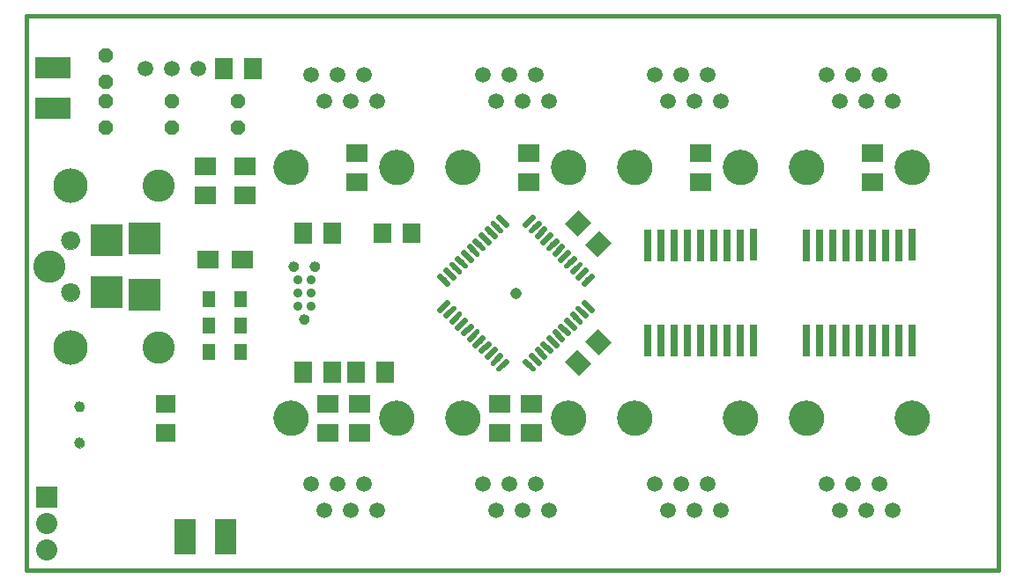
<source format=gbs>
G75*
G70*
%OFA0B0*%
%FSLAX24Y24*%
%IPPOS*%
%LPD*%
%AMOC8*
5,1,8,0,0,1.08239X$1,22.5*
%
%ADD10C,0.0160*%
%ADD11C,0.0350*%
%ADD12C,0.0000*%
%ADD13C,0.0390*%
%ADD14R,0.0800X0.0800*%
%ADD15C,0.0800*%
%ADD16R,0.0670X0.0827*%
%ADD17R,0.0670X0.0749*%
%ADD18C,0.0594*%
%ADD19C,0.1320*%
%ADD20R,0.0827X0.0670*%
%ADD21R,0.0300X0.1240*%
%ADD22C,0.1221*%
%ADD23C,0.1306*%
%ADD24R,0.1221X0.1221*%
%ADD25C,0.0709*%
%ADD26OC8,0.0560*%
%ADD27R,0.1379X0.0788*%
%ADD28R,0.0788X0.1379*%
%ADD29R,0.0788X0.0670*%
%ADD30R,0.0512X0.0591*%
%ADD31C,0.0394*%
%ADD32R,0.0749X0.0670*%
%ADD33C,0.0591*%
%ADD34C,0.0174*%
%ADD35C,0.0434*%
D10*
X000620Y000267D02*
X037370Y000267D01*
X037370Y021267D01*
X000620Y021267D01*
X000620Y000267D01*
D11*
X010870Y010267D03*
X010870Y010767D03*
X011370Y010767D03*
X011370Y010267D03*
X011370Y011267D03*
X010870Y011267D03*
D12*
X010545Y011767D02*
X010547Y011793D01*
X010553Y011819D01*
X010562Y011843D01*
X010575Y011866D01*
X010592Y011886D01*
X010611Y011904D01*
X010633Y011919D01*
X010656Y011930D01*
X010681Y011938D01*
X010707Y011942D01*
X010733Y011942D01*
X010759Y011938D01*
X010784Y011930D01*
X010808Y011919D01*
X010829Y011904D01*
X010848Y011886D01*
X010865Y011866D01*
X010878Y011843D01*
X010887Y011819D01*
X010893Y011793D01*
X010895Y011767D01*
X010893Y011741D01*
X010887Y011715D01*
X010878Y011691D01*
X010865Y011668D01*
X010848Y011648D01*
X010829Y011630D01*
X010807Y011615D01*
X010784Y011604D01*
X010759Y011596D01*
X010733Y011592D01*
X010707Y011592D01*
X010681Y011596D01*
X010656Y011604D01*
X010632Y011615D01*
X010611Y011630D01*
X010592Y011648D01*
X010575Y011668D01*
X010562Y011691D01*
X010553Y011715D01*
X010547Y011741D01*
X010545Y011767D01*
X011345Y011767D02*
X011347Y011793D01*
X011353Y011819D01*
X011362Y011843D01*
X011375Y011866D01*
X011392Y011886D01*
X011411Y011904D01*
X011433Y011919D01*
X011456Y011930D01*
X011481Y011938D01*
X011507Y011942D01*
X011533Y011942D01*
X011559Y011938D01*
X011584Y011930D01*
X011608Y011919D01*
X011629Y011904D01*
X011648Y011886D01*
X011665Y011866D01*
X011678Y011843D01*
X011687Y011819D01*
X011693Y011793D01*
X011695Y011767D01*
X011693Y011741D01*
X011687Y011715D01*
X011678Y011691D01*
X011665Y011668D01*
X011648Y011648D01*
X011629Y011630D01*
X011607Y011615D01*
X011584Y011604D01*
X011559Y011596D01*
X011533Y011592D01*
X011507Y011592D01*
X011481Y011596D01*
X011456Y011604D01*
X011432Y011615D01*
X011411Y011630D01*
X011392Y011648D01*
X011375Y011668D01*
X011362Y011691D01*
X011353Y011715D01*
X011347Y011741D01*
X011345Y011767D01*
X010945Y009767D02*
X010947Y009793D01*
X010953Y009819D01*
X010962Y009843D01*
X010975Y009866D01*
X010992Y009886D01*
X011011Y009904D01*
X011033Y009919D01*
X011056Y009930D01*
X011081Y009938D01*
X011107Y009942D01*
X011133Y009942D01*
X011159Y009938D01*
X011184Y009930D01*
X011208Y009919D01*
X011229Y009904D01*
X011248Y009886D01*
X011265Y009866D01*
X011278Y009843D01*
X011287Y009819D01*
X011293Y009793D01*
X011295Y009767D01*
X011293Y009741D01*
X011287Y009715D01*
X011278Y009691D01*
X011265Y009668D01*
X011248Y009648D01*
X011229Y009630D01*
X011207Y009615D01*
X011184Y009604D01*
X011159Y009596D01*
X011133Y009592D01*
X011107Y009592D01*
X011081Y009596D01*
X011056Y009604D01*
X011032Y009615D01*
X011011Y009630D01*
X010992Y009648D01*
X010975Y009668D01*
X010962Y009691D01*
X010953Y009715D01*
X010947Y009741D01*
X010945Y009767D01*
X009980Y006017D02*
X009982Y006067D01*
X009988Y006117D01*
X009998Y006166D01*
X010011Y006215D01*
X010029Y006262D01*
X010050Y006308D01*
X010074Y006351D01*
X010102Y006393D01*
X010133Y006433D01*
X010167Y006470D01*
X010204Y006504D01*
X010244Y006535D01*
X010286Y006563D01*
X010329Y006587D01*
X010375Y006608D01*
X010422Y006626D01*
X010471Y006639D01*
X010520Y006649D01*
X010570Y006655D01*
X010620Y006657D01*
X010670Y006655D01*
X010720Y006649D01*
X010769Y006639D01*
X010818Y006626D01*
X010865Y006608D01*
X010911Y006587D01*
X010954Y006563D01*
X010996Y006535D01*
X011036Y006504D01*
X011073Y006470D01*
X011107Y006433D01*
X011138Y006393D01*
X011166Y006351D01*
X011190Y006308D01*
X011211Y006262D01*
X011229Y006215D01*
X011242Y006166D01*
X011252Y006117D01*
X011258Y006067D01*
X011260Y006017D01*
X011258Y005967D01*
X011252Y005917D01*
X011242Y005868D01*
X011229Y005819D01*
X011211Y005772D01*
X011190Y005726D01*
X011166Y005683D01*
X011138Y005641D01*
X011107Y005601D01*
X011073Y005564D01*
X011036Y005530D01*
X010996Y005499D01*
X010954Y005471D01*
X010911Y005447D01*
X010865Y005426D01*
X010818Y005408D01*
X010769Y005395D01*
X010720Y005385D01*
X010670Y005379D01*
X010620Y005377D01*
X010570Y005379D01*
X010520Y005385D01*
X010471Y005395D01*
X010422Y005408D01*
X010375Y005426D01*
X010329Y005447D01*
X010286Y005471D01*
X010244Y005499D01*
X010204Y005530D01*
X010167Y005564D01*
X010133Y005601D01*
X010102Y005641D01*
X010074Y005683D01*
X010050Y005726D01*
X010029Y005772D01*
X010011Y005819D01*
X009998Y005868D01*
X009988Y005917D01*
X009982Y005967D01*
X009980Y006017D01*
X013980Y006017D02*
X013982Y006067D01*
X013988Y006117D01*
X013998Y006166D01*
X014011Y006215D01*
X014029Y006262D01*
X014050Y006308D01*
X014074Y006351D01*
X014102Y006393D01*
X014133Y006433D01*
X014167Y006470D01*
X014204Y006504D01*
X014244Y006535D01*
X014286Y006563D01*
X014329Y006587D01*
X014375Y006608D01*
X014422Y006626D01*
X014471Y006639D01*
X014520Y006649D01*
X014570Y006655D01*
X014620Y006657D01*
X014670Y006655D01*
X014720Y006649D01*
X014769Y006639D01*
X014818Y006626D01*
X014865Y006608D01*
X014911Y006587D01*
X014954Y006563D01*
X014996Y006535D01*
X015036Y006504D01*
X015073Y006470D01*
X015107Y006433D01*
X015138Y006393D01*
X015166Y006351D01*
X015190Y006308D01*
X015211Y006262D01*
X015229Y006215D01*
X015242Y006166D01*
X015252Y006117D01*
X015258Y006067D01*
X015260Y006017D01*
X015258Y005967D01*
X015252Y005917D01*
X015242Y005868D01*
X015229Y005819D01*
X015211Y005772D01*
X015190Y005726D01*
X015166Y005683D01*
X015138Y005641D01*
X015107Y005601D01*
X015073Y005564D01*
X015036Y005530D01*
X014996Y005499D01*
X014954Y005471D01*
X014911Y005447D01*
X014865Y005426D01*
X014818Y005408D01*
X014769Y005395D01*
X014720Y005385D01*
X014670Y005379D01*
X014620Y005377D01*
X014570Y005379D01*
X014520Y005385D01*
X014471Y005395D01*
X014422Y005408D01*
X014375Y005426D01*
X014329Y005447D01*
X014286Y005471D01*
X014244Y005499D01*
X014204Y005530D01*
X014167Y005564D01*
X014133Y005601D01*
X014102Y005641D01*
X014074Y005683D01*
X014050Y005726D01*
X014029Y005772D01*
X014011Y005819D01*
X013998Y005868D01*
X013988Y005917D01*
X013982Y005967D01*
X013980Y006017D01*
X016480Y006017D02*
X016482Y006067D01*
X016488Y006117D01*
X016498Y006166D01*
X016511Y006215D01*
X016529Y006262D01*
X016550Y006308D01*
X016574Y006351D01*
X016602Y006393D01*
X016633Y006433D01*
X016667Y006470D01*
X016704Y006504D01*
X016744Y006535D01*
X016786Y006563D01*
X016829Y006587D01*
X016875Y006608D01*
X016922Y006626D01*
X016971Y006639D01*
X017020Y006649D01*
X017070Y006655D01*
X017120Y006657D01*
X017170Y006655D01*
X017220Y006649D01*
X017269Y006639D01*
X017318Y006626D01*
X017365Y006608D01*
X017411Y006587D01*
X017454Y006563D01*
X017496Y006535D01*
X017536Y006504D01*
X017573Y006470D01*
X017607Y006433D01*
X017638Y006393D01*
X017666Y006351D01*
X017690Y006308D01*
X017711Y006262D01*
X017729Y006215D01*
X017742Y006166D01*
X017752Y006117D01*
X017758Y006067D01*
X017760Y006017D01*
X017758Y005967D01*
X017752Y005917D01*
X017742Y005868D01*
X017729Y005819D01*
X017711Y005772D01*
X017690Y005726D01*
X017666Y005683D01*
X017638Y005641D01*
X017607Y005601D01*
X017573Y005564D01*
X017536Y005530D01*
X017496Y005499D01*
X017454Y005471D01*
X017411Y005447D01*
X017365Y005426D01*
X017318Y005408D01*
X017269Y005395D01*
X017220Y005385D01*
X017170Y005379D01*
X017120Y005377D01*
X017070Y005379D01*
X017020Y005385D01*
X016971Y005395D01*
X016922Y005408D01*
X016875Y005426D01*
X016829Y005447D01*
X016786Y005471D01*
X016744Y005499D01*
X016704Y005530D01*
X016667Y005564D01*
X016633Y005601D01*
X016602Y005641D01*
X016574Y005683D01*
X016550Y005726D01*
X016529Y005772D01*
X016511Y005819D01*
X016498Y005868D01*
X016488Y005917D01*
X016482Y005967D01*
X016480Y006017D01*
X020480Y006017D02*
X020482Y006067D01*
X020488Y006117D01*
X020498Y006166D01*
X020511Y006215D01*
X020529Y006262D01*
X020550Y006308D01*
X020574Y006351D01*
X020602Y006393D01*
X020633Y006433D01*
X020667Y006470D01*
X020704Y006504D01*
X020744Y006535D01*
X020786Y006563D01*
X020829Y006587D01*
X020875Y006608D01*
X020922Y006626D01*
X020971Y006639D01*
X021020Y006649D01*
X021070Y006655D01*
X021120Y006657D01*
X021170Y006655D01*
X021220Y006649D01*
X021269Y006639D01*
X021318Y006626D01*
X021365Y006608D01*
X021411Y006587D01*
X021454Y006563D01*
X021496Y006535D01*
X021536Y006504D01*
X021573Y006470D01*
X021607Y006433D01*
X021638Y006393D01*
X021666Y006351D01*
X021690Y006308D01*
X021711Y006262D01*
X021729Y006215D01*
X021742Y006166D01*
X021752Y006117D01*
X021758Y006067D01*
X021760Y006017D01*
X021758Y005967D01*
X021752Y005917D01*
X021742Y005868D01*
X021729Y005819D01*
X021711Y005772D01*
X021690Y005726D01*
X021666Y005683D01*
X021638Y005641D01*
X021607Y005601D01*
X021573Y005564D01*
X021536Y005530D01*
X021496Y005499D01*
X021454Y005471D01*
X021411Y005447D01*
X021365Y005426D01*
X021318Y005408D01*
X021269Y005395D01*
X021220Y005385D01*
X021170Y005379D01*
X021120Y005377D01*
X021070Y005379D01*
X021020Y005385D01*
X020971Y005395D01*
X020922Y005408D01*
X020875Y005426D01*
X020829Y005447D01*
X020786Y005471D01*
X020744Y005499D01*
X020704Y005530D01*
X020667Y005564D01*
X020633Y005601D01*
X020602Y005641D01*
X020574Y005683D01*
X020550Y005726D01*
X020529Y005772D01*
X020511Y005819D01*
X020498Y005868D01*
X020488Y005917D01*
X020482Y005967D01*
X020480Y006017D01*
X022980Y006017D02*
X022982Y006067D01*
X022988Y006117D01*
X022998Y006166D01*
X023011Y006215D01*
X023029Y006262D01*
X023050Y006308D01*
X023074Y006351D01*
X023102Y006393D01*
X023133Y006433D01*
X023167Y006470D01*
X023204Y006504D01*
X023244Y006535D01*
X023286Y006563D01*
X023329Y006587D01*
X023375Y006608D01*
X023422Y006626D01*
X023471Y006639D01*
X023520Y006649D01*
X023570Y006655D01*
X023620Y006657D01*
X023670Y006655D01*
X023720Y006649D01*
X023769Y006639D01*
X023818Y006626D01*
X023865Y006608D01*
X023911Y006587D01*
X023954Y006563D01*
X023996Y006535D01*
X024036Y006504D01*
X024073Y006470D01*
X024107Y006433D01*
X024138Y006393D01*
X024166Y006351D01*
X024190Y006308D01*
X024211Y006262D01*
X024229Y006215D01*
X024242Y006166D01*
X024252Y006117D01*
X024258Y006067D01*
X024260Y006017D01*
X024258Y005967D01*
X024252Y005917D01*
X024242Y005868D01*
X024229Y005819D01*
X024211Y005772D01*
X024190Y005726D01*
X024166Y005683D01*
X024138Y005641D01*
X024107Y005601D01*
X024073Y005564D01*
X024036Y005530D01*
X023996Y005499D01*
X023954Y005471D01*
X023911Y005447D01*
X023865Y005426D01*
X023818Y005408D01*
X023769Y005395D01*
X023720Y005385D01*
X023670Y005379D01*
X023620Y005377D01*
X023570Y005379D01*
X023520Y005385D01*
X023471Y005395D01*
X023422Y005408D01*
X023375Y005426D01*
X023329Y005447D01*
X023286Y005471D01*
X023244Y005499D01*
X023204Y005530D01*
X023167Y005564D01*
X023133Y005601D01*
X023102Y005641D01*
X023074Y005683D01*
X023050Y005726D01*
X023029Y005772D01*
X023011Y005819D01*
X022998Y005868D01*
X022988Y005917D01*
X022982Y005967D01*
X022980Y006017D01*
X026980Y006017D02*
X026982Y006067D01*
X026988Y006117D01*
X026998Y006166D01*
X027011Y006215D01*
X027029Y006262D01*
X027050Y006308D01*
X027074Y006351D01*
X027102Y006393D01*
X027133Y006433D01*
X027167Y006470D01*
X027204Y006504D01*
X027244Y006535D01*
X027286Y006563D01*
X027329Y006587D01*
X027375Y006608D01*
X027422Y006626D01*
X027471Y006639D01*
X027520Y006649D01*
X027570Y006655D01*
X027620Y006657D01*
X027670Y006655D01*
X027720Y006649D01*
X027769Y006639D01*
X027818Y006626D01*
X027865Y006608D01*
X027911Y006587D01*
X027954Y006563D01*
X027996Y006535D01*
X028036Y006504D01*
X028073Y006470D01*
X028107Y006433D01*
X028138Y006393D01*
X028166Y006351D01*
X028190Y006308D01*
X028211Y006262D01*
X028229Y006215D01*
X028242Y006166D01*
X028252Y006117D01*
X028258Y006067D01*
X028260Y006017D01*
X028258Y005967D01*
X028252Y005917D01*
X028242Y005868D01*
X028229Y005819D01*
X028211Y005772D01*
X028190Y005726D01*
X028166Y005683D01*
X028138Y005641D01*
X028107Y005601D01*
X028073Y005564D01*
X028036Y005530D01*
X027996Y005499D01*
X027954Y005471D01*
X027911Y005447D01*
X027865Y005426D01*
X027818Y005408D01*
X027769Y005395D01*
X027720Y005385D01*
X027670Y005379D01*
X027620Y005377D01*
X027570Y005379D01*
X027520Y005385D01*
X027471Y005395D01*
X027422Y005408D01*
X027375Y005426D01*
X027329Y005447D01*
X027286Y005471D01*
X027244Y005499D01*
X027204Y005530D01*
X027167Y005564D01*
X027133Y005601D01*
X027102Y005641D01*
X027074Y005683D01*
X027050Y005726D01*
X027029Y005772D01*
X027011Y005819D01*
X026998Y005868D01*
X026988Y005917D01*
X026982Y005967D01*
X026980Y006017D01*
X029480Y006017D02*
X029482Y006067D01*
X029488Y006117D01*
X029498Y006166D01*
X029511Y006215D01*
X029529Y006262D01*
X029550Y006308D01*
X029574Y006351D01*
X029602Y006393D01*
X029633Y006433D01*
X029667Y006470D01*
X029704Y006504D01*
X029744Y006535D01*
X029786Y006563D01*
X029829Y006587D01*
X029875Y006608D01*
X029922Y006626D01*
X029971Y006639D01*
X030020Y006649D01*
X030070Y006655D01*
X030120Y006657D01*
X030170Y006655D01*
X030220Y006649D01*
X030269Y006639D01*
X030318Y006626D01*
X030365Y006608D01*
X030411Y006587D01*
X030454Y006563D01*
X030496Y006535D01*
X030536Y006504D01*
X030573Y006470D01*
X030607Y006433D01*
X030638Y006393D01*
X030666Y006351D01*
X030690Y006308D01*
X030711Y006262D01*
X030729Y006215D01*
X030742Y006166D01*
X030752Y006117D01*
X030758Y006067D01*
X030760Y006017D01*
X030758Y005967D01*
X030752Y005917D01*
X030742Y005868D01*
X030729Y005819D01*
X030711Y005772D01*
X030690Y005726D01*
X030666Y005683D01*
X030638Y005641D01*
X030607Y005601D01*
X030573Y005564D01*
X030536Y005530D01*
X030496Y005499D01*
X030454Y005471D01*
X030411Y005447D01*
X030365Y005426D01*
X030318Y005408D01*
X030269Y005395D01*
X030220Y005385D01*
X030170Y005379D01*
X030120Y005377D01*
X030070Y005379D01*
X030020Y005385D01*
X029971Y005395D01*
X029922Y005408D01*
X029875Y005426D01*
X029829Y005447D01*
X029786Y005471D01*
X029744Y005499D01*
X029704Y005530D01*
X029667Y005564D01*
X029633Y005601D01*
X029602Y005641D01*
X029574Y005683D01*
X029550Y005726D01*
X029529Y005772D01*
X029511Y005819D01*
X029498Y005868D01*
X029488Y005917D01*
X029482Y005967D01*
X029480Y006017D01*
X033480Y006017D02*
X033482Y006067D01*
X033488Y006117D01*
X033498Y006166D01*
X033511Y006215D01*
X033529Y006262D01*
X033550Y006308D01*
X033574Y006351D01*
X033602Y006393D01*
X033633Y006433D01*
X033667Y006470D01*
X033704Y006504D01*
X033744Y006535D01*
X033786Y006563D01*
X033829Y006587D01*
X033875Y006608D01*
X033922Y006626D01*
X033971Y006639D01*
X034020Y006649D01*
X034070Y006655D01*
X034120Y006657D01*
X034170Y006655D01*
X034220Y006649D01*
X034269Y006639D01*
X034318Y006626D01*
X034365Y006608D01*
X034411Y006587D01*
X034454Y006563D01*
X034496Y006535D01*
X034536Y006504D01*
X034573Y006470D01*
X034607Y006433D01*
X034638Y006393D01*
X034666Y006351D01*
X034690Y006308D01*
X034711Y006262D01*
X034729Y006215D01*
X034742Y006166D01*
X034752Y006117D01*
X034758Y006067D01*
X034760Y006017D01*
X034758Y005967D01*
X034752Y005917D01*
X034742Y005868D01*
X034729Y005819D01*
X034711Y005772D01*
X034690Y005726D01*
X034666Y005683D01*
X034638Y005641D01*
X034607Y005601D01*
X034573Y005564D01*
X034536Y005530D01*
X034496Y005499D01*
X034454Y005471D01*
X034411Y005447D01*
X034365Y005426D01*
X034318Y005408D01*
X034269Y005395D01*
X034220Y005385D01*
X034170Y005379D01*
X034120Y005377D01*
X034070Y005379D01*
X034020Y005385D01*
X033971Y005395D01*
X033922Y005408D01*
X033875Y005426D01*
X033829Y005447D01*
X033786Y005471D01*
X033744Y005499D01*
X033704Y005530D01*
X033667Y005564D01*
X033633Y005601D01*
X033602Y005641D01*
X033574Y005683D01*
X033550Y005726D01*
X033529Y005772D01*
X033511Y005819D01*
X033498Y005868D01*
X033488Y005917D01*
X033482Y005967D01*
X033480Y006017D01*
X033480Y015517D02*
X033482Y015567D01*
X033488Y015617D01*
X033498Y015666D01*
X033511Y015715D01*
X033529Y015762D01*
X033550Y015808D01*
X033574Y015851D01*
X033602Y015893D01*
X033633Y015933D01*
X033667Y015970D01*
X033704Y016004D01*
X033744Y016035D01*
X033786Y016063D01*
X033829Y016087D01*
X033875Y016108D01*
X033922Y016126D01*
X033971Y016139D01*
X034020Y016149D01*
X034070Y016155D01*
X034120Y016157D01*
X034170Y016155D01*
X034220Y016149D01*
X034269Y016139D01*
X034318Y016126D01*
X034365Y016108D01*
X034411Y016087D01*
X034454Y016063D01*
X034496Y016035D01*
X034536Y016004D01*
X034573Y015970D01*
X034607Y015933D01*
X034638Y015893D01*
X034666Y015851D01*
X034690Y015808D01*
X034711Y015762D01*
X034729Y015715D01*
X034742Y015666D01*
X034752Y015617D01*
X034758Y015567D01*
X034760Y015517D01*
X034758Y015467D01*
X034752Y015417D01*
X034742Y015368D01*
X034729Y015319D01*
X034711Y015272D01*
X034690Y015226D01*
X034666Y015183D01*
X034638Y015141D01*
X034607Y015101D01*
X034573Y015064D01*
X034536Y015030D01*
X034496Y014999D01*
X034454Y014971D01*
X034411Y014947D01*
X034365Y014926D01*
X034318Y014908D01*
X034269Y014895D01*
X034220Y014885D01*
X034170Y014879D01*
X034120Y014877D01*
X034070Y014879D01*
X034020Y014885D01*
X033971Y014895D01*
X033922Y014908D01*
X033875Y014926D01*
X033829Y014947D01*
X033786Y014971D01*
X033744Y014999D01*
X033704Y015030D01*
X033667Y015064D01*
X033633Y015101D01*
X033602Y015141D01*
X033574Y015183D01*
X033550Y015226D01*
X033529Y015272D01*
X033511Y015319D01*
X033498Y015368D01*
X033488Y015417D01*
X033482Y015467D01*
X033480Y015517D01*
X029480Y015517D02*
X029482Y015567D01*
X029488Y015617D01*
X029498Y015666D01*
X029511Y015715D01*
X029529Y015762D01*
X029550Y015808D01*
X029574Y015851D01*
X029602Y015893D01*
X029633Y015933D01*
X029667Y015970D01*
X029704Y016004D01*
X029744Y016035D01*
X029786Y016063D01*
X029829Y016087D01*
X029875Y016108D01*
X029922Y016126D01*
X029971Y016139D01*
X030020Y016149D01*
X030070Y016155D01*
X030120Y016157D01*
X030170Y016155D01*
X030220Y016149D01*
X030269Y016139D01*
X030318Y016126D01*
X030365Y016108D01*
X030411Y016087D01*
X030454Y016063D01*
X030496Y016035D01*
X030536Y016004D01*
X030573Y015970D01*
X030607Y015933D01*
X030638Y015893D01*
X030666Y015851D01*
X030690Y015808D01*
X030711Y015762D01*
X030729Y015715D01*
X030742Y015666D01*
X030752Y015617D01*
X030758Y015567D01*
X030760Y015517D01*
X030758Y015467D01*
X030752Y015417D01*
X030742Y015368D01*
X030729Y015319D01*
X030711Y015272D01*
X030690Y015226D01*
X030666Y015183D01*
X030638Y015141D01*
X030607Y015101D01*
X030573Y015064D01*
X030536Y015030D01*
X030496Y014999D01*
X030454Y014971D01*
X030411Y014947D01*
X030365Y014926D01*
X030318Y014908D01*
X030269Y014895D01*
X030220Y014885D01*
X030170Y014879D01*
X030120Y014877D01*
X030070Y014879D01*
X030020Y014885D01*
X029971Y014895D01*
X029922Y014908D01*
X029875Y014926D01*
X029829Y014947D01*
X029786Y014971D01*
X029744Y014999D01*
X029704Y015030D01*
X029667Y015064D01*
X029633Y015101D01*
X029602Y015141D01*
X029574Y015183D01*
X029550Y015226D01*
X029529Y015272D01*
X029511Y015319D01*
X029498Y015368D01*
X029488Y015417D01*
X029482Y015467D01*
X029480Y015517D01*
X026980Y015517D02*
X026982Y015567D01*
X026988Y015617D01*
X026998Y015666D01*
X027011Y015715D01*
X027029Y015762D01*
X027050Y015808D01*
X027074Y015851D01*
X027102Y015893D01*
X027133Y015933D01*
X027167Y015970D01*
X027204Y016004D01*
X027244Y016035D01*
X027286Y016063D01*
X027329Y016087D01*
X027375Y016108D01*
X027422Y016126D01*
X027471Y016139D01*
X027520Y016149D01*
X027570Y016155D01*
X027620Y016157D01*
X027670Y016155D01*
X027720Y016149D01*
X027769Y016139D01*
X027818Y016126D01*
X027865Y016108D01*
X027911Y016087D01*
X027954Y016063D01*
X027996Y016035D01*
X028036Y016004D01*
X028073Y015970D01*
X028107Y015933D01*
X028138Y015893D01*
X028166Y015851D01*
X028190Y015808D01*
X028211Y015762D01*
X028229Y015715D01*
X028242Y015666D01*
X028252Y015617D01*
X028258Y015567D01*
X028260Y015517D01*
X028258Y015467D01*
X028252Y015417D01*
X028242Y015368D01*
X028229Y015319D01*
X028211Y015272D01*
X028190Y015226D01*
X028166Y015183D01*
X028138Y015141D01*
X028107Y015101D01*
X028073Y015064D01*
X028036Y015030D01*
X027996Y014999D01*
X027954Y014971D01*
X027911Y014947D01*
X027865Y014926D01*
X027818Y014908D01*
X027769Y014895D01*
X027720Y014885D01*
X027670Y014879D01*
X027620Y014877D01*
X027570Y014879D01*
X027520Y014885D01*
X027471Y014895D01*
X027422Y014908D01*
X027375Y014926D01*
X027329Y014947D01*
X027286Y014971D01*
X027244Y014999D01*
X027204Y015030D01*
X027167Y015064D01*
X027133Y015101D01*
X027102Y015141D01*
X027074Y015183D01*
X027050Y015226D01*
X027029Y015272D01*
X027011Y015319D01*
X026998Y015368D01*
X026988Y015417D01*
X026982Y015467D01*
X026980Y015517D01*
X022980Y015517D02*
X022982Y015567D01*
X022988Y015617D01*
X022998Y015666D01*
X023011Y015715D01*
X023029Y015762D01*
X023050Y015808D01*
X023074Y015851D01*
X023102Y015893D01*
X023133Y015933D01*
X023167Y015970D01*
X023204Y016004D01*
X023244Y016035D01*
X023286Y016063D01*
X023329Y016087D01*
X023375Y016108D01*
X023422Y016126D01*
X023471Y016139D01*
X023520Y016149D01*
X023570Y016155D01*
X023620Y016157D01*
X023670Y016155D01*
X023720Y016149D01*
X023769Y016139D01*
X023818Y016126D01*
X023865Y016108D01*
X023911Y016087D01*
X023954Y016063D01*
X023996Y016035D01*
X024036Y016004D01*
X024073Y015970D01*
X024107Y015933D01*
X024138Y015893D01*
X024166Y015851D01*
X024190Y015808D01*
X024211Y015762D01*
X024229Y015715D01*
X024242Y015666D01*
X024252Y015617D01*
X024258Y015567D01*
X024260Y015517D01*
X024258Y015467D01*
X024252Y015417D01*
X024242Y015368D01*
X024229Y015319D01*
X024211Y015272D01*
X024190Y015226D01*
X024166Y015183D01*
X024138Y015141D01*
X024107Y015101D01*
X024073Y015064D01*
X024036Y015030D01*
X023996Y014999D01*
X023954Y014971D01*
X023911Y014947D01*
X023865Y014926D01*
X023818Y014908D01*
X023769Y014895D01*
X023720Y014885D01*
X023670Y014879D01*
X023620Y014877D01*
X023570Y014879D01*
X023520Y014885D01*
X023471Y014895D01*
X023422Y014908D01*
X023375Y014926D01*
X023329Y014947D01*
X023286Y014971D01*
X023244Y014999D01*
X023204Y015030D01*
X023167Y015064D01*
X023133Y015101D01*
X023102Y015141D01*
X023074Y015183D01*
X023050Y015226D01*
X023029Y015272D01*
X023011Y015319D01*
X022998Y015368D01*
X022988Y015417D01*
X022982Y015467D01*
X022980Y015517D01*
X020480Y015517D02*
X020482Y015567D01*
X020488Y015617D01*
X020498Y015666D01*
X020511Y015715D01*
X020529Y015762D01*
X020550Y015808D01*
X020574Y015851D01*
X020602Y015893D01*
X020633Y015933D01*
X020667Y015970D01*
X020704Y016004D01*
X020744Y016035D01*
X020786Y016063D01*
X020829Y016087D01*
X020875Y016108D01*
X020922Y016126D01*
X020971Y016139D01*
X021020Y016149D01*
X021070Y016155D01*
X021120Y016157D01*
X021170Y016155D01*
X021220Y016149D01*
X021269Y016139D01*
X021318Y016126D01*
X021365Y016108D01*
X021411Y016087D01*
X021454Y016063D01*
X021496Y016035D01*
X021536Y016004D01*
X021573Y015970D01*
X021607Y015933D01*
X021638Y015893D01*
X021666Y015851D01*
X021690Y015808D01*
X021711Y015762D01*
X021729Y015715D01*
X021742Y015666D01*
X021752Y015617D01*
X021758Y015567D01*
X021760Y015517D01*
X021758Y015467D01*
X021752Y015417D01*
X021742Y015368D01*
X021729Y015319D01*
X021711Y015272D01*
X021690Y015226D01*
X021666Y015183D01*
X021638Y015141D01*
X021607Y015101D01*
X021573Y015064D01*
X021536Y015030D01*
X021496Y014999D01*
X021454Y014971D01*
X021411Y014947D01*
X021365Y014926D01*
X021318Y014908D01*
X021269Y014895D01*
X021220Y014885D01*
X021170Y014879D01*
X021120Y014877D01*
X021070Y014879D01*
X021020Y014885D01*
X020971Y014895D01*
X020922Y014908D01*
X020875Y014926D01*
X020829Y014947D01*
X020786Y014971D01*
X020744Y014999D01*
X020704Y015030D01*
X020667Y015064D01*
X020633Y015101D01*
X020602Y015141D01*
X020574Y015183D01*
X020550Y015226D01*
X020529Y015272D01*
X020511Y015319D01*
X020498Y015368D01*
X020488Y015417D01*
X020482Y015467D01*
X020480Y015517D01*
X016480Y015517D02*
X016482Y015567D01*
X016488Y015617D01*
X016498Y015666D01*
X016511Y015715D01*
X016529Y015762D01*
X016550Y015808D01*
X016574Y015851D01*
X016602Y015893D01*
X016633Y015933D01*
X016667Y015970D01*
X016704Y016004D01*
X016744Y016035D01*
X016786Y016063D01*
X016829Y016087D01*
X016875Y016108D01*
X016922Y016126D01*
X016971Y016139D01*
X017020Y016149D01*
X017070Y016155D01*
X017120Y016157D01*
X017170Y016155D01*
X017220Y016149D01*
X017269Y016139D01*
X017318Y016126D01*
X017365Y016108D01*
X017411Y016087D01*
X017454Y016063D01*
X017496Y016035D01*
X017536Y016004D01*
X017573Y015970D01*
X017607Y015933D01*
X017638Y015893D01*
X017666Y015851D01*
X017690Y015808D01*
X017711Y015762D01*
X017729Y015715D01*
X017742Y015666D01*
X017752Y015617D01*
X017758Y015567D01*
X017760Y015517D01*
X017758Y015467D01*
X017752Y015417D01*
X017742Y015368D01*
X017729Y015319D01*
X017711Y015272D01*
X017690Y015226D01*
X017666Y015183D01*
X017638Y015141D01*
X017607Y015101D01*
X017573Y015064D01*
X017536Y015030D01*
X017496Y014999D01*
X017454Y014971D01*
X017411Y014947D01*
X017365Y014926D01*
X017318Y014908D01*
X017269Y014895D01*
X017220Y014885D01*
X017170Y014879D01*
X017120Y014877D01*
X017070Y014879D01*
X017020Y014885D01*
X016971Y014895D01*
X016922Y014908D01*
X016875Y014926D01*
X016829Y014947D01*
X016786Y014971D01*
X016744Y014999D01*
X016704Y015030D01*
X016667Y015064D01*
X016633Y015101D01*
X016602Y015141D01*
X016574Y015183D01*
X016550Y015226D01*
X016529Y015272D01*
X016511Y015319D01*
X016498Y015368D01*
X016488Y015417D01*
X016482Y015467D01*
X016480Y015517D01*
X013980Y015517D02*
X013982Y015567D01*
X013988Y015617D01*
X013998Y015666D01*
X014011Y015715D01*
X014029Y015762D01*
X014050Y015808D01*
X014074Y015851D01*
X014102Y015893D01*
X014133Y015933D01*
X014167Y015970D01*
X014204Y016004D01*
X014244Y016035D01*
X014286Y016063D01*
X014329Y016087D01*
X014375Y016108D01*
X014422Y016126D01*
X014471Y016139D01*
X014520Y016149D01*
X014570Y016155D01*
X014620Y016157D01*
X014670Y016155D01*
X014720Y016149D01*
X014769Y016139D01*
X014818Y016126D01*
X014865Y016108D01*
X014911Y016087D01*
X014954Y016063D01*
X014996Y016035D01*
X015036Y016004D01*
X015073Y015970D01*
X015107Y015933D01*
X015138Y015893D01*
X015166Y015851D01*
X015190Y015808D01*
X015211Y015762D01*
X015229Y015715D01*
X015242Y015666D01*
X015252Y015617D01*
X015258Y015567D01*
X015260Y015517D01*
X015258Y015467D01*
X015252Y015417D01*
X015242Y015368D01*
X015229Y015319D01*
X015211Y015272D01*
X015190Y015226D01*
X015166Y015183D01*
X015138Y015141D01*
X015107Y015101D01*
X015073Y015064D01*
X015036Y015030D01*
X014996Y014999D01*
X014954Y014971D01*
X014911Y014947D01*
X014865Y014926D01*
X014818Y014908D01*
X014769Y014895D01*
X014720Y014885D01*
X014670Y014879D01*
X014620Y014877D01*
X014570Y014879D01*
X014520Y014885D01*
X014471Y014895D01*
X014422Y014908D01*
X014375Y014926D01*
X014329Y014947D01*
X014286Y014971D01*
X014244Y014999D01*
X014204Y015030D01*
X014167Y015064D01*
X014133Y015101D01*
X014102Y015141D01*
X014074Y015183D01*
X014050Y015226D01*
X014029Y015272D01*
X014011Y015319D01*
X013998Y015368D01*
X013988Y015417D01*
X013982Y015467D01*
X013980Y015517D01*
X009980Y015517D02*
X009982Y015567D01*
X009988Y015617D01*
X009998Y015666D01*
X010011Y015715D01*
X010029Y015762D01*
X010050Y015808D01*
X010074Y015851D01*
X010102Y015893D01*
X010133Y015933D01*
X010167Y015970D01*
X010204Y016004D01*
X010244Y016035D01*
X010286Y016063D01*
X010329Y016087D01*
X010375Y016108D01*
X010422Y016126D01*
X010471Y016139D01*
X010520Y016149D01*
X010570Y016155D01*
X010620Y016157D01*
X010670Y016155D01*
X010720Y016149D01*
X010769Y016139D01*
X010818Y016126D01*
X010865Y016108D01*
X010911Y016087D01*
X010954Y016063D01*
X010996Y016035D01*
X011036Y016004D01*
X011073Y015970D01*
X011107Y015933D01*
X011138Y015893D01*
X011166Y015851D01*
X011190Y015808D01*
X011211Y015762D01*
X011229Y015715D01*
X011242Y015666D01*
X011252Y015617D01*
X011258Y015567D01*
X011260Y015517D01*
X011258Y015467D01*
X011252Y015417D01*
X011242Y015368D01*
X011229Y015319D01*
X011211Y015272D01*
X011190Y015226D01*
X011166Y015183D01*
X011138Y015141D01*
X011107Y015101D01*
X011073Y015064D01*
X011036Y015030D01*
X010996Y014999D01*
X010954Y014971D01*
X010911Y014947D01*
X010865Y014926D01*
X010818Y014908D01*
X010769Y014895D01*
X010720Y014885D01*
X010670Y014879D01*
X010620Y014877D01*
X010570Y014879D01*
X010520Y014885D01*
X010471Y014895D01*
X010422Y014908D01*
X010375Y014926D01*
X010329Y014947D01*
X010286Y014971D01*
X010244Y014999D01*
X010204Y015030D01*
X010167Y015064D01*
X010133Y015101D01*
X010102Y015141D01*
X010074Y015183D01*
X010050Y015226D01*
X010029Y015272D01*
X010011Y015319D01*
X009998Y015368D01*
X009988Y015417D01*
X009982Y015467D01*
X009980Y015517D01*
X001939Y012751D02*
X001941Y012787D01*
X001947Y012823D01*
X001957Y012858D01*
X001970Y012892D01*
X001987Y012924D01*
X002007Y012954D01*
X002031Y012981D01*
X002057Y013006D01*
X002086Y013028D01*
X002117Y013047D01*
X002150Y013062D01*
X002184Y013074D01*
X002220Y013082D01*
X002256Y013086D01*
X002292Y013086D01*
X002328Y013082D01*
X002364Y013074D01*
X002398Y013062D01*
X002431Y013047D01*
X002462Y013028D01*
X002491Y013006D01*
X002517Y012981D01*
X002541Y012954D01*
X002561Y012924D01*
X002578Y012892D01*
X002591Y012858D01*
X002601Y012823D01*
X002607Y012787D01*
X002609Y012751D01*
X002607Y012715D01*
X002601Y012679D01*
X002591Y012644D01*
X002578Y012610D01*
X002561Y012578D01*
X002541Y012548D01*
X002517Y012521D01*
X002491Y012496D01*
X002462Y012474D01*
X002431Y012455D01*
X002398Y012440D01*
X002364Y012428D01*
X002328Y012420D01*
X002292Y012416D01*
X002256Y012416D01*
X002220Y012420D01*
X002184Y012428D01*
X002150Y012440D01*
X002117Y012455D01*
X002086Y012474D01*
X002057Y012496D01*
X002031Y012521D01*
X002007Y012548D01*
X001987Y012578D01*
X001970Y012610D01*
X001957Y012644D01*
X001947Y012679D01*
X001941Y012715D01*
X001939Y012751D01*
X001939Y010782D02*
X001941Y010818D01*
X001947Y010854D01*
X001957Y010889D01*
X001970Y010923D01*
X001987Y010955D01*
X002007Y010985D01*
X002031Y011012D01*
X002057Y011037D01*
X002086Y011059D01*
X002117Y011078D01*
X002150Y011093D01*
X002184Y011105D01*
X002220Y011113D01*
X002256Y011117D01*
X002292Y011117D01*
X002328Y011113D01*
X002364Y011105D01*
X002398Y011093D01*
X002431Y011078D01*
X002462Y011059D01*
X002491Y011037D01*
X002517Y011012D01*
X002541Y010985D01*
X002561Y010955D01*
X002578Y010923D01*
X002591Y010889D01*
X002601Y010854D01*
X002607Y010818D01*
X002609Y010782D01*
X002607Y010746D01*
X002601Y010710D01*
X002591Y010675D01*
X002578Y010641D01*
X002561Y010609D01*
X002541Y010579D01*
X002517Y010552D01*
X002491Y010527D01*
X002462Y010505D01*
X002431Y010486D01*
X002398Y010471D01*
X002364Y010459D01*
X002328Y010451D01*
X002292Y010447D01*
X002256Y010447D01*
X002220Y010451D01*
X002184Y010459D01*
X002150Y010471D01*
X002117Y010486D01*
X002086Y010505D01*
X002057Y010527D01*
X002031Y010552D01*
X002007Y010579D01*
X001987Y010609D01*
X001970Y010641D01*
X001957Y010675D01*
X001947Y010710D01*
X001941Y010746D01*
X001939Y010782D01*
X002443Y006456D02*
X002445Y006482D01*
X002451Y006508D01*
X002461Y006533D01*
X002474Y006556D01*
X002490Y006576D01*
X002510Y006594D01*
X002532Y006609D01*
X002555Y006621D01*
X002581Y006629D01*
X002607Y006633D01*
X002633Y006633D01*
X002659Y006629D01*
X002685Y006621D01*
X002709Y006609D01*
X002730Y006594D01*
X002750Y006576D01*
X002766Y006556D01*
X002779Y006533D01*
X002789Y006508D01*
X002795Y006482D01*
X002797Y006456D01*
X002795Y006430D01*
X002789Y006404D01*
X002779Y006379D01*
X002766Y006356D01*
X002750Y006336D01*
X002730Y006318D01*
X002708Y006303D01*
X002685Y006291D01*
X002659Y006283D01*
X002633Y006279D01*
X002607Y006279D01*
X002581Y006283D01*
X002555Y006291D01*
X002531Y006303D01*
X002510Y006318D01*
X002490Y006336D01*
X002474Y006356D01*
X002461Y006379D01*
X002451Y006404D01*
X002445Y006430D01*
X002443Y006456D01*
X002443Y005078D02*
X002445Y005104D01*
X002451Y005130D01*
X002461Y005155D01*
X002474Y005178D01*
X002490Y005198D01*
X002510Y005216D01*
X002532Y005231D01*
X002555Y005243D01*
X002581Y005251D01*
X002607Y005255D01*
X002633Y005255D01*
X002659Y005251D01*
X002685Y005243D01*
X002709Y005231D01*
X002730Y005216D01*
X002750Y005198D01*
X002766Y005178D01*
X002779Y005155D01*
X002789Y005130D01*
X002795Y005104D01*
X002797Y005078D01*
X002795Y005052D01*
X002789Y005026D01*
X002779Y005001D01*
X002766Y004978D01*
X002750Y004958D01*
X002730Y004940D01*
X002708Y004925D01*
X002685Y004913D01*
X002659Y004905D01*
X002633Y004901D01*
X002607Y004901D01*
X002581Y004905D01*
X002555Y004913D01*
X002531Y004925D01*
X002510Y004940D01*
X002490Y004958D01*
X002474Y004978D01*
X002461Y005001D01*
X002451Y005026D01*
X002445Y005052D01*
X002443Y005078D01*
D13*
X011120Y009767D03*
X010720Y011767D03*
X011520Y011767D03*
D14*
X001370Y003017D03*
D15*
X001370Y002017D03*
X001370Y001017D03*
D16*
X011069Y007767D03*
X012172Y007767D03*
X013069Y007767D03*
X014172Y007767D03*
X012172Y013017D03*
X011069Y013017D03*
X009172Y019267D03*
X008069Y019267D03*
D17*
X014069Y013017D03*
X015172Y013017D03*
G36*
X021508Y013907D02*
X021982Y013433D01*
X021454Y012905D01*
X020980Y013379D01*
X021508Y013907D01*
G37*
G36*
X022287Y013128D02*
X022761Y012654D01*
X022233Y012126D01*
X021759Y012600D01*
X022287Y013128D01*
G37*
G36*
X021759Y008933D02*
X022233Y009407D01*
X022761Y008879D01*
X022287Y008405D01*
X021759Y008933D01*
G37*
G36*
X020980Y008154D02*
X021454Y008628D01*
X021982Y008100D01*
X021508Y007626D01*
X020980Y008154D01*
G37*
D18*
X019870Y003517D03*
X018870Y003517D03*
X017870Y003517D03*
X018370Y002517D03*
X019370Y002517D03*
X020370Y002517D03*
X024370Y003517D03*
X025370Y003517D03*
X026370Y003517D03*
X025870Y002517D03*
X024870Y002517D03*
X026870Y002517D03*
X030870Y003517D03*
X031870Y003517D03*
X032870Y003517D03*
X032370Y002517D03*
X033370Y002517D03*
X031370Y002517D03*
X013870Y002517D03*
X012870Y002517D03*
X011870Y002517D03*
X011370Y003517D03*
X012370Y003517D03*
X013370Y003517D03*
X012870Y018017D03*
X013870Y018017D03*
X013370Y019017D03*
X012370Y019017D03*
X011370Y019017D03*
X011870Y018017D03*
X017870Y019017D03*
X018870Y019017D03*
X019870Y019017D03*
X019370Y018017D03*
X018370Y018017D03*
X020370Y018017D03*
X024370Y019017D03*
X025370Y019017D03*
X026370Y019017D03*
X025870Y018017D03*
X024870Y018017D03*
X026870Y018017D03*
X030870Y019017D03*
X031870Y019017D03*
X032870Y019017D03*
X032370Y018017D03*
X033370Y018017D03*
X031370Y018017D03*
D19*
X030120Y015517D03*
X027620Y015517D03*
X023620Y015517D03*
X021120Y015517D03*
X017120Y015517D03*
X014620Y015517D03*
X010620Y015517D03*
X010620Y006017D03*
X014620Y006017D03*
X017120Y006017D03*
X021120Y006017D03*
X023620Y006017D03*
X027620Y006017D03*
X030120Y006017D03*
X034120Y006017D03*
X034120Y015517D03*
D20*
X032620Y016068D03*
X032620Y014965D03*
X026120Y014965D03*
X026120Y016068D03*
X019620Y016068D03*
X019620Y014965D03*
X013120Y014965D03*
X013120Y016068D03*
X008870Y015568D03*
X007370Y015568D03*
X007370Y014465D03*
X008870Y014465D03*
X012020Y006568D03*
X013220Y006568D03*
X013220Y005465D03*
X012020Y005465D03*
X018520Y005465D03*
X019720Y005465D03*
X019720Y006568D03*
X018520Y006568D03*
D21*
X024120Y008962D03*
X024620Y008962D03*
X025120Y008962D03*
X025620Y008962D03*
X026120Y008962D03*
X026620Y008962D03*
X027120Y008962D03*
X027620Y008962D03*
X028120Y008962D03*
X030120Y008962D03*
X030620Y008962D03*
X031120Y008962D03*
X031620Y008962D03*
X032120Y008962D03*
X032620Y008962D03*
X033120Y008962D03*
X033620Y008962D03*
X034120Y008962D03*
X033620Y012572D03*
X033120Y012572D03*
X032620Y012572D03*
X032120Y012572D03*
X031620Y012572D03*
X031120Y012572D03*
X030620Y012572D03*
X030120Y012572D03*
X028120Y012587D03*
X027620Y012572D03*
X027120Y012572D03*
X026620Y012572D03*
X026120Y012572D03*
X025620Y012572D03*
X025120Y012572D03*
X024620Y012572D03*
X024120Y012572D03*
X034120Y012587D03*
D22*
X005620Y014838D03*
X001486Y011767D03*
X005620Y008696D03*
D23*
X002274Y008696D03*
X002274Y014838D03*
D24*
X005089Y012830D03*
X003652Y012751D03*
X003652Y010782D03*
X005089Y010704D03*
D25*
X002274Y010782D03*
X002274Y012751D03*
D26*
X003620Y017017D03*
X003620Y018017D03*
X003620Y018767D03*
X003620Y019767D03*
X006120Y018017D03*
X006120Y017017D03*
X008620Y017017D03*
X008620Y018017D03*
D27*
X001620Y017749D03*
X001620Y019284D03*
D28*
X006603Y001517D03*
X008138Y001517D03*
D29*
X008770Y012017D03*
X007471Y012017D03*
D30*
X007530Y010517D03*
X008711Y010517D03*
X008711Y009517D03*
X007530Y009517D03*
X007530Y008517D03*
X008711Y008517D03*
D31*
X002620Y006456D03*
X002620Y005078D03*
D32*
X005870Y005465D03*
X005870Y006568D03*
D33*
X006120Y019267D03*
X007120Y019267D03*
X005120Y019267D03*
D34*
X017192Y011775D02*
X017221Y011804D01*
X017192Y011775D02*
X016899Y012068D01*
X016928Y012097D01*
X017221Y011804D01*
X017077Y011948D02*
X017019Y011948D01*
X016999Y011581D02*
X016970Y011552D01*
X016677Y011845D01*
X016706Y011874D01*
X016999Y011581D01*
X016855Y011725D02*
X016797Y011725D01*
X016776Y011358D02*
X016747Y011329D01*
X016454Y011622D01*
X016483Y011651D01*
X016776Y011358D01*
X016632Y011502D02*
X016574Y011502D01*
X016553Y011136D02*
X016524Y011107D01*
X016231Y011400D01*
X016260Y011429D01*
X016553Y011136D01*
X016409Y011280D02*
X016351Y011280D01*
X017415Y011998D02*
X017444Y012027D01*
X017415Y011998D02*
X017122Y012291D01*
X017151Y012320D01*
X017444Y012027D01*
X017300Y012171D02*
X017242Y012171D01*
X017638Y012220D02*
X017667Y012249D01*
X017638Y012220D02*
X017345Y012513D01*
X017374Y012542D01*
X017667Y012249D01*
X017523Y012393D02*
X017465Y012393D01*
X017860Y012443D02*
X017889Y012472D01*
X017860Y012443D02*
X017567Y012736D01*
X017596Y012765D01*
X017889Y012472D01*
X017745Y012616D02*
X017687Y012616D01*
X018083Y012666D02*
X018112Y012695D01*
X018083Y012666D02*
X017790Y012959D01*
X017819Y012988D01*
X018112Y012695D01*
X017968Y012839D02*
X017910Y012839D01*
X018306Y012888D02*
X018335Y012917D01*
X018306Y012888D02*
X018013Y013181D01*
X018042Y013210D01*
X018335Y012917D01*
X018191Y013061D02*
X018133Y013061D01*
X018529Y013111D02*
X018558Y013140D01*
X018529Y013111D02*
X018236Y013404D01*
X018265Y013433D01*
X018558Y013140D01*
X018414Y013284D02*
X018356Y013284D01*
X018751Y013334D02*
X018780Y013363D01*
X018751Y013334D02*
X018458Y013627D01*
X018487Y013656D01*
X018780Y013363D01*
X018636Y013507D02*
X018578Y013507D01*
X019489Y013334D02*
X019782Y013627D01*
X019489Y013334D02*
X019460Y013363D01*
X019753Y013656D01*
X019782Y013627D01*
X019662Y013507D02*
X019604Y013507D01*
X019712Y013111D02*
X020005Y013404D01*
X019712Y013111D02*
X019683Y013140D01*
X019976Y013433D01*
X020005Y013404D01*
X019885Y013284D02*
X019827Y013284D01*
X019935Y012888D02*
X020228Y013181D01*
X019935Y012888D02*
X019906Y012917D01*
X020199Y013210D01*
X020228Y013181D01*
X020108Y013061D02*
X020050Y013061D01*
X020158Y012666D02*
X020451Y012959D01*
X020158Y012666D02*
X020129Y012695D01*
X020422Y012988D01*
X020451Y012959D01*
X020331Y012839D02*
X020273Y012839D01*
X020380Y012443D02*
X020673Y012736D01*
X020380Y012443D02*
X020351Y012472D01*
X020644Y012765D01*
X020673Y012736D01*
X020553Y012616D02*
X020495Y012616D01*
X020603Y012220D02*
X020896Y012513D01*
X020603Y012220D02*
X020574Y012249D01*
X020867Y012542D01*
X020896Y012513D01*
X020776Y012393D02*
X020718Y012393D01*
X020826Y011998D02*
X021119Y012291D01*
X020826Y011998D02*
X020797Y012027D01*
X021090Y012320D01*
X021119Y012291D01*
X020999Y012171D02*
X020941Y012171D01*
X021048Y011775D02*
X021341Y012068D01*
X021048Y011775D02*
X021019Y011804D01*
X021312Y012097D01*
X021341Y012068D01*
X021221Y011948D02*
X021163Y011948D01*
X021271Y011552D02*
X021564Y011845D01*
X021271Y011552D02*
X021242Y011581D01*
X021535Y011874D01*
X021564Y011845D01*
X021444Y011725D02*
X021386Y011725D01*
X021494Y011329D02*
X021787Y011622D01*
X021494Y011329D02*
X021465Y011358D01*
X021758Y011651D01*
X021787Y011622D01*
X021667Y011502D02*
X021609Y011502D01*
X021717Y011107D02*
X022010Y011400D01*
X021717Y011107D02*
X021688Y011136D01*
X021981Y011429D01*
X022010Y011400D01*
X021890Y011280D02*
X021832Y011280D01*
X022010Y010134D02*
X021981Y010105D01*
X021688Y010398D01*
X021717Y010427D01*
X022010Y010134D01*
X021866Y010278D02*
X021808Y010278D01*
X021787Y009911D02*
X021758Y009882D01*
X021465Y010175D01*
X021494Y010204D01*
X021787Y009911D01*
X021643Y010055D02*
X021585Y010055D01*
X021564Y009688D02*
X021535Y009659D01*
X021242Y009952D01*
X021271Y009981D01*
X021564Y009688D01*
X021420Y009832D02*
X021362Y009832D01*
X021341Y009465D02*
X021312Y009436D01*
X021019Y009729D01*
X021048Y009758D01*
X021341Y009465D01*
X021197Y009609D02*
X021139Y009609D01*
X021119Y009243D02*
X021090Y009214D01*
X020797Y009507D01*
X020826Y009536D01*
X021119Y009243D01*
X020975Y009387D02*
X020917Y009387D01*
X020896Y009020D02*
X020867Y008991D01*
X020574Y009284D01*
X020603Y009313D01*
X020896Y009020D01*
X020752Y009164D02*
X020694Y009164D01*
X020673Y008797D02*
X020644Y008768D01*
X020351Y009061D01*
X020380Y009090D01*
X020673Y008797D01*
X020529Y008941D02*
X020471Y008941D01*
X020451Y008575D02*
X020422Y008546D01*
X020129Y008839D01*
X020158Y008868D01*
X020451Y008575D01*
X020307Y008719D02*
X020249Y008719D01*
X020228Y008352D02*
X020199Y008323D01*
X019906Y008616D01*
X019935Y008645D01*
X020228Y008352D01*
X020084Y008496D02*
X020026Y008496D01*
X020005Y008129D02*
X019976Y008100D01*
X019683Y008393D01*
X019712Y008422D01*
X020005Y008129D01*
X019861Y008273D02*
X019803Y008273D01*
X019782Y007906D02*
X019753Y007877D01*
X019460Y008170D01*
X019489Y008199D01*
X019782Y007906D01*
X019638Y008050D02*
X019580Y008050D01*
X018780Y008170D02*
X018487Y007877D01*
X018458Y007906D01*
X018751Y008199D01*
X018780Y008170D01*
X018660Y008050D02*
X018602Y008050D01*
X018265Y008100D02*
X018558Y008393D01*
X018265Y008100D02*
X018236Y008129D01*
X018529Y008422D01*
X018558Y008393D01*
X018438Y008273D02*
X018380Y008273D01*
X018042Y008323D02*
X018335Y008616D01*
X018042Y008323D02*
X018013Y008352D01*
X018306Y008645D01*
X018335Y008616D01*
X018215Y008496D02*
X018157Y008496D01*
X017819Y008546D02*
X018112Y008839D01*
X017819Y008546D02*
X017790Y008575D01*
X018083Y008868D01*
X018112Y008839D01*
X017992Y008719D02*
X017934Y008719D01*
X017596Y008768D02*
X017889Y009061D01*
X017596Y008768D02*
X017567Y008797D01*
X017860Y009090D01*
X017889Y009061D01*
X017769Y008941D02*
X017711Y008941D01*
X017374Y008991D02*
X017667Y009284D01*
X017374Y008991D02*
X017345Y009020D01*
X017638Y009313D01*
X017667Y009284D01*
X017547Y009164D02*
X017489Y009164D01*
X017151Y009214D02*
X017444Y009507D01*
X017151Y009214D02*
X017122Y009243D01*
X017415Y009536D01*
X017444Y009507D01*
X017324Y009387D02*
X017266Y009387D01*
X016928Y009436D02*
X017221Y009729D01*
X016928Y009436D02*
X016899Y009465D01*
X017192Y009758D01*
X017221Y009729D01*
X017101Y009609D02*
X017043Y009609D01*
X016706Y009659D02*
X016999Y009952D01*
X016706Y009659D02*
X016677Y009688D01*
X016970Y009981D01*
X016999Y009952D01*
X016879Y009832D02*
X016821Y009832D01*
X016483Y009882D02*
X016776Y010175D01*
X016483Y009882D02*
X016454Y009911D01*
X016747Y010204D01*
X016776Y010175D01*
X016656Y010055D02*
X016598Y010055D01*
X016260Y010105D02*
X016553Y010398D01*
X016260Y010105D02*
X016231Y010134D01*
X016524Y010427D01*
X016553Y010398D01*
X016433Y010278D02*
X016375Y010278D01*
D35*
X019120Y010767D02*
X019121Y010767D01*
X019121Y010766D01*
X019120Y010766D01*
X019119Y010766D01*
X019119Y010767D01*
X019119Y010768D01*
X019120Y010768D01*
X019121Y010768D01*
X019121Y010767D01*
M02*

</source>
